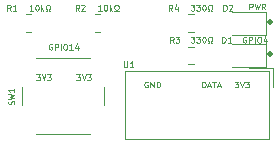
<source format=gbr>
%TF.GenerationSoftware,KiCad,Pcbnew,(5.1.7)-1*%
%TF.CreationDate,2021-01-13T16:49:05-03:00*%
%TF.ProjectId,Raspberry Pi Hat,52617370-6265-4727-9279-205069204861,-*%
%TF.SameCoordinates,Original*%
%TF.FileFunction,Legend,Top*%
%TF.FilePolarity,Positive*%
%FSLAX46Y46*%
G04 Gerber Fmt 4.6, Leading zero omitted, Abs format (unit mm)*
G04 Created by KiCad (PCBNEW (5.1.7)-1) date 2021-01-13 16:49:05*
%MOMM*%
%LPD*%
G01*
G04 APERTURE LIST*
%ADD10C,0.100000*%
%ADD11C,0.375000*%
%ADD12C,0.120000*%
G04 APERTURE END LIST*
D10*
X109280952Y-84226190D02*
X109590476Y-84226190D01*
X109423809Y-84416666D01*
X109495238Y-84416666D01*
X109542857Y-84440476D01*
X109566666Y-84464285D01*
X109590476Y-84511904D01*
X109590476Y-84630952D01*
X109566666Y-84678571D01*
X109542857Y-84702380D01*
X109495238Y-84726190D01*
X109352380Y-84726190D01*
X109304761Y-84702380D01*
X109280952Y-84678571D01*
X109733333Y-84226190D02*
X109900000Y-84726190D01*
X110066666Y-84226190D01*
X110185714Y-84226190D02*
X110495238Y-84226190D01*
X110328571Y-84416666D01*
X110400000Y-84416666D01*
X110447619Y-84440476D01*
X110471428Y-84464285D01*
X110495238Y-84511904D01*
X110495238Y-84630952D01*
X110471428Y-84678571D01*
X110447619Y-84702380D01*
X110400000Y-84726190D01*
X110257142Y-84726190D01*
X110209523Y-84702380D01*
X110185714Y-84678571D01*
X105880952Y-84226190D02*
X106190476Y-84226190D01*
X106023809Y-84416666D01*
X106095238Y-84416666D01*
X106142857Y-84440476D01*
X106166666Y-84464285D01*
X106190476Y-84511904D01*
X106190476Y-84630952D01*
X106166666Y-84678571D01*
X106142857Y-84702380D01*
X106095238Y-84726190D01*
X105952380Y-84726190D01*
X105904761Y-84702380D01*
X105880952Y-84678571D01*
X106333333Y-84226190D02*
X106500000Y-84726190D01*
X106666666Y-84226190D01*
X106785714Y-84226190D02*
X107095238Y-84226190D01*
X106928571Y-84416666D01*
X107000000Y-84416666D01*
X107047619Y-84440476D01*
X107071428Y-84464285D01*
X107095238Y-84511904D01*
X107095238Y-84630952D01*
X107071428Y-84678571D01*
X107047619Y-84702380D01*
X107000000Y-84726190D01*
X106857142Y-84726190D01*
X106809523Y-84702380D01*
X106785714Y-84678571D01*
X119950000Y-85326190D02*
X119950000Y-84826190D01*
X120069047Y-84826190D01*
X120140476Y-84850000D01*
X120188095Y-84897619D01*
X120211904Y-84945238D01*
X120235714Y-85040476D01*
X120235714Y-85111904D01*
X120211904Y-85207142D01*
X120188095Y-85254761D01*
X120140476Y-85302380D01*
X120069047Y-85326190D01*
X119950000Y-85326190D01*
X120426190Y-85183333D02*
X120664285Y-85183333D01*
X120378571Y-85326190D02*
X120545238Y-84826190D01*
X120711904Y-85326190D01*
X120807142Y-84826190D02*
X121092857Y-84826190D01*
X120950000Y-85326190D02*
X120950000Y-84826190D01*
X121235714Y-85183333D02*
X121473809Y-85183333D01*
X121188095Y-85326190D02*
X121354761Y-84826190D01*
X121521428Y-85326190D01*
X122680952Y-84826190D02*
X122990476Y-84826190D01*
X122823809Y-85016666D01*
X122895238Y-85016666D01*
X122942857Y-85040476D01*
X122966666Y-85064285D01*
X122990476Y-85111904D01*
X122990476Y-85230952D01*
X122966666Y-85278571D01*
X122942857Y-85302380D01*
X122895238Y-85326190D01*
X122752380Y-85326190D01*
X122704761Y-85302380D01*
X122680952Y-85278571D01*
X123133333Y-84826190D02*
X123300000Y-85326190D01*
X123466666Y-84826190D01*
X123585714Y-84826190D02*
X123895238Y-84826190D01*
X123728571Y-85016666D01*
X123800000Y-85016666D01*
X123847619Y-85040476D01*
X123871428Y-85064285D01*
X123895238Y-85111904D01*
X123895238Y-85230952D01*
X123871428Y-85278571D01*
X123847619Y-85302380D01*
X123800000Y-85326190D01*
X123657142Y-85326190D01*
X123609523Y-85302380D01*
X123585714Y-85278571D01*
X115319047Y-84850000D02*
X115271428Y-84826190D01*
X115200000Y-84826190D01*
X115128571Y-84850000D01*
X115080952Y-84897619D01*
X115057142Y-84945238D01*
X115033333Y-85040476D01*
X115033333Y-85111904D01*
X115057142Y-85207142D01*
X115080952Y-85254761D01*
X115128571Y-85302380D01*
X115200000Y-85326190D01*
X115247619Y-85326190D01*
X115319047Y-85302380D01*
X115342857Y-85278571D01*
X115342857Y-85111904D01*
X115247619Y-85111904D01*
X115557142Y-85326190D02*
X115557142Y-84826190D01*
X115842857Y-85326190D01*
X115842857Y-84826190D01*
X116080952Y-85326190D02*
X116080952Y-84826190D01*
X116200000Y-84826190D01*
X116271428Y-84850000D01*
X116319047Y-84897619D01*
X116342857Y-84945238D01*
X116366666Y-85040476D01*
X116366666Y-85111904D01*
X116342857Y-85207142D01*
X116319047Y-85254761D01*
X116271428Y-85302380D01*
X116200000Y-85326190D01*
X116080952Y-85326190D01*
D11*
X125700000Y-82435714D02*
X125771428Y-82507142D01*
X125700000Y-82578571D01*
X125628571Y-82507142D01*
X125700000Y-82435714D01*
X125700000Y-82578571D01*
X125700000Y-79735714D02*
X125771428Y-79807142D01*
X125700000Y-79878571D01*
X125628571Y-79807142D01*
X125700000Y-79735714D01*
X125700000Y-79878571D01*
D12*
%TO.C,SW1*%
X105900000Y-89300000D02*
X110400000Y-89300000D01*
X104650000Y-85300000D02*
X104650000Y-86800000D01*
X110400000Y-82800000D02*
X105900000Y-82800000D01*
X111650000Y-86800000D02*
X111650000Y-85300000D01*
%TO.C,D1*%
X125360000Y-81640000D02*
X122500000Y-81640000D01*
X125360000Y-83560000D02*
X125360000Y-81640000D01*
X122500000Y-83560000D02*
X125360000Y-83560000D01*
%TO.C,D2*%
X122500000Y-80860000D02*
X125360000Y-80860000D01*
X125360000Y-80860000D02*
X125360000Y-78940000D01*
X125360000Y-78940000D02*
X122500000Y-78940000D01*
%TO.C,R1*%
X105022936Y-80590000D02*
X105477064Y-80590000D01*
X105022936Y-79120000D02*
X105477064Y-79120000D01*
%TO.C,R2*%
X110822936Y-80590000D02*
X111277064Y-80590000D01*
X110822936Y-79120000D02*
X111277064Y-79120000D01*
%TO.C,R3*%
X118772936Y-81910000D02*
X119227064Y-81910000D01*
X118772936Y-83380000D02*
X119227064Y-83380000D01*
%TO.C,R4*%
X118772936Y-79120000D02*
X119227064Y-79120000D01*
X118772936Y-80590000D02*
X119227064Y-80590000D01*
%TO.C,U1*%
X125900000Y-83640000D02*
X125900000Y-85250000D01*
X125900000Y-83640000D02*
X123900000Y-83640000D01*
X113360000Y-83920000D02*
X125610000Y-83920000D01*
X113360000Y-89680000D02*
X113360000Y-83920000D01*
X125620000Y-89680000D02*
X113360000Y-89680000D01*
X125620000Y-83930000D02*
X125620000Y-89670000D01*
%TO.C,SW1*%
D10*
X104002380Y-86766666D02*
X104026190Y-86695238D01*
X104026190Y-86576190D01*
X104002380Y-86528571D01*
X103978571Y-86504761D01*
X103930952Y-86480952D01*
X103883333Y-86480952D01*
X103835714Y-86504761D01*
X103811904Y-86528571D01*
X103788095Y-86576190D01*
X103764285Y-86671428D01*
X103740476Y-86719047D01*
X103716666Y-86742857D01*
X103669047Y-86766666D01*
X103621428Y-86766666D01*
X103573809Y-86742857D01*
X103550000Y-86719047D01*
X103526190Y-86671428D01*
X103526190Y-86552380D01*
X103550000Y-86480952D01*
X103526190Y-86314285D02*
X104026190Y-86195238D01*
X103669047Y-86100000D01*
X104026190Y-86004761D01*
X103526190Y-85885714D01*
X104026190Y-85433333D02*
X104026190Y-85719047D01*
X104026190Y-85576190D02*
X103526190Y-85576190D01*
X103597619Y-85623809D01*
X103645238Y-85671428D01*
X103669047Y-85719047D01*
X107223809Y-81650000D02*
X107176190Y-81626190D01*
X107104761Y-81626190D01*
X107033333Y-81650000D01*
X106985714Y-81697619D01*
X106961904Y-81745238D01*
X106938095Y-81840476D01*
X106938095Y-81911904D01*
X106961904Y-82007142D01*
X106985714Y-82054761D01*
X107033333Y-82102380D01*
X107104761Y-82126190D01*
X107152380Y-82126190D01*
X107223809Y-82102380D01*
X107247619Y-82078571D01*
X107247619Y-81911904D01*
X107152380Y-81911904D01*
X107461904Y-82126190D02*
X107461904Y-81626190D01*
X107652380Y-81626190D01*
X107700000Y-81650000D01*
X107723809Y-81673809D01*
X107747619Y-81721428D01*
X107747619Y-81792857D01*
X107723809Y-81840476D01*
X107700000Y-81864285D01*
X107652380Y-81888095D01*
X107461904Y-81888095D01*
X107961904Y-82126190D02*
X107961904Y-81626190D01*
X108295238Y-81626190D02*
X108390476Y-81626190D01*
X108438095Y-81650000D01*
X108485714Y-81697619D01*
X108509523Y-81792857D01*
X108509523Y-81959523D01*
X108485714Y-82054761D01*
X108438095Y-82102380D01*
X108390476Y-82126190D01*
X108295238Y-82126190D01*
X108247619Y-82102380D01*
X108200000Y-82054761D01*
X108176190Y-81959523D01*
X108176190Y-81792857D01*
X108200000Y-81697619D01*
X108247619Y-81650000D01*
X108295238Y-81626190D01*
X108985714Y-82126190D02*
X108700000Y-82126190D01*
X108842857Y-82126190D02*
X108842857Y-81626190D01*
X108795238Y-81697619D01*
X108747619Y-81745238D01*
X108700000Y-81769047D01*
X109414285Y-81792857D02*
X109414285Y-82126190D01*
X109295238Y-81602380D02*
X109176190Y-81959523D01*
X109485714Y-81959523D01*
%TO.C,D1*%
X121630952Y-81526190D02*
X121630952Y-81026190D01*
X121750000Y-81026190D01*
X121821428Y-81050000D01*
X121869047Y-81097619D01*
X121892857Y-81145238D01*
X121916666Y-81240476D01*
X121916666Y-81311904D01*
X121892857Y-81407142D01*
X121869047Y-81454761D01*
X121821428Y-81502380D01*
X121750000Y-81526190D01*
X121630952Y-81526190D01*
X122392857Y-81526190D02*
X122107142Y-81526190D01*
X122250000Y-81526190D02*
X122250000Y-81026190D01*
X122202380Y-81097619D01*
X122154761Y-81145238D01*
X122107142Y-81169047D01*
X123661904Y-81050000D02*
X123614285Y-81026190D01*
X123542857Y-81026190D01*
X123471428Y-81050000D01*
X123423809Y-81097619D01*
X123400000Y-81145238D01*
X123376190Y-81240476D01*
X123376190Y-81311904D01*
X123400000Y-81407142D01*
X123423809Y-81454761D01*
X123471428Y-81502380D01*
X123542857Y-81526190D01*
X123590476Y-81526190D01*
X123661904Y-81502380D01*
X123685714Y-81478571D01*
X123685714Y-81311904D01*
X123590476Y-81311904D01*
X123900000Y-81526190D02*
X123900000Y-81026190D01*
X124090476Y-81026190D01*
X124138095Y-81050000D01*
X124161904Y-81073809D01*
X124185714Y-81121428D01*
X124185714Y-81192857D01*
X124161904Y-81240476D01*
X124138095Y-81264285D01*
X124090476Y-81288095D01*
X123900000Y-81288095D01*
X124400000Y-81526190D02*
X124400000Y-81026190D01*
X124733333Y-81026190D02*
X124828571Y-81026190D01*
X124876190Y-81050000D01*
X124923809Y-81097619D01*
X124947619Y-81192857D01*
X124947619Y-81359523D01*
X124923809Y-81454761D01*
X124876190Y-81502380D01*
X124828571Y-81526190D01*
X124733333Y-81526190D01*
X124685714Y-81502380D01*
X124638095Y-81454761D01*
X124614285Y-81359523D01*
X124614285Y-81192857D01*
X124638095Y-81097619D01*
X124685714Y-81050000D01*
X124733333Y-81026190D01*
X125376190Y-81192857D02*
X125376190Y-81526190D01*
X125257142Y-81002380D02*
X125138095Y-81359523D01*
X125447619Y-81359523D01*
%TO.C,D2*%
X121730952Y-78826190D02*
X121730952Y-78326190D01*
X121850000Y-78326190D01*
X121921428Y-78350000D01*
X121969047Y-78397619D01*
X121992857Y-78445238D01*
X122016666Y-78540476D01*
X122016666Y-78611904D01*
X121992857Y-78707142D01*
X121969047Y-78754761D01*
X121921428Y-78802380D01*
X121850000Y-78826190D01*
X121730952Y-78826190D01*
X122207142Y-78373809D02*
X122230952Y-78350000D01*
X122278571Y-78326190D01*
X122397619Y-78326190D01*
X122445238Y-78350000D01*
X122469047Y-78373809D01*
X122492857Y-78421428D01*
X122492857Y-78469047D01*
X122469047Y-78540476D01*
X122183333Y-78826190D01*
X122492857Y-78826190D01*
X123933333Y-78726190D02*
X123933333Y-78226190D01*
X124123809Y-78226190D01*
X124171428Y-78250000D01*
X124195238Y-78273809D01*
X124219047Y-78321428D01*
X124219047Y-78392857D01*
X124195238Y-78440476D01*
X124171428Y-78464285D01*
X124123809Y-78488095D01*
X123933333Y-78488095D01*
X124385714Y-78226190D02*
X124504761Y-78726190D01*
X124600000Y-78369047D01*
X124695238Y-78726190D01*
X124814285Y-78226190D01*
X125290476Y-78726190D02*
X125123809Y-78488095D01*
X125004761Y-78726190D02*
X125004761Y-78226190D01*
X125195238Y-78226190D01*
X125242857Y-78250000D01*
X125266666Y-78273809D01*
X125290476Y-78321428D01*
X125290476Y-78392857D01*
X125266666Y-78440476D01*
X125242857Y-78464285D01*
X125195238Y-78488095D01*
X125004761Y-78488095D01*
%TO.C,R1*%
X103716666Y-78826190D02*
X103550000Y-78588095D01*
X103430952Y-78826190D02*
X103430952Y-78326190D01*
X103621428Y-78326190D01*
X103669047Y-78350000D01*
X103692857Y-78373809D01*
X103716666Y-78421428D01*
X103716666Y-78492857D01*
X103692857Y-78540476D01*
X103669047Y-78564285D01*
X103621428Y-78588095D01*
X103430952Y-78588095D01*
X104192857Y-78826190D02*
X103907142Y-78826190D01*
X104050000Y-78826190D02*
X104050000Y-78326190D01*
X104002380Y-78397619D01*
X103954761Y-78445238D01*
X103907142Y-78469047D01*
X105616666Y-78826190D02*
X105330952Y-78826190D01*
X105473809Y-78826190D02*
X105473809Y-78326190D01*
X105426190Y-78397619D01*
X105378571Y-78445238D01*
X105330952Y-78469047D01*
X105926190Y-78326190D02*
X105973809Y-78326190D01*
X106021428Y-78350000D01*
X106045238Y-78373809D01*
X106069047Y-78421428D01*
X106092857Y-78516666D01*
X106092857Y-78635714D01*
X106069047Y-78730952D01*
X106045238Y-78778571D01*
X106021428Y-78802380D01*
X105973809Y-78826190D01*
X105926190Y-78826190D01*
X105878571Y-78802380D01*
X105854761Y-78778571D01*
X105830952Y-78730952D01*
X105807142Y-78635714D01*
X105807142Y-78516666D01*
X105830952Y-78421428D01*
X105854761Y-78373809D01*
X105878571Y-78350000D01*
X105926190Y-78326190D01*
X106307142Y-78826190D02*
X106307142Y-78326190D01*
X106354761Y-78635714D02*
X106497619Y-78826190D01*
X106497619Y-78492857D02*
X106307142Y-78683333D01*
X106688095Y-78826190D02*
X106807142Y-78826190D01*
X106807142Y-78730952D01*
X106759523Y-78707142D01*
X106711904Y-78659523D01*
X106688095Y-78588095D01*
X106688095Y-78469047D01*
X106711904Y-78397619D01*
X106759523Y-78350000D01*
X106830952Y-78326190D01*
X106926190Y-78326190D01*
X106997619Y-78350000D01*
X107045238Y-78397619D01*
X107069047Y-78469047D01*
X107069047Y-78588095D01*
X107045238Y-78659523D01*
X106997619Y-78707142D01*
X106950000Y-78730952D01*
X106950000Y-78826190D01*
X107069047Y-78826190D01*
%TO.C,R2*%
X109516666Y-78826190D02*
X109350000Y-78588095D01*
X109230952Y-78826190D02*
X109230952Y-78326190D01*
X109421428Y-78326190D01*
X109469047Y-78350000D01*
X109492857Y-78373809D01*
X109516666Y-78421428D01*
X109516666Y-78492857D01*
X109492857Y-78540476D01*
X109469047Y-78564285D01*
X109421428Y-78588095D01*
X109230952Y-78588095D01*
X109707142Y-78373809D02*
X109730952Y-78350000D01*
X109778571Y-78326190D01*
X109897619Y-78326190D01*
X109945238Y-78350000D01*
X109969047Y-78373809D01*
X109992857Y-78421428D01*
X109992857Y-78469047D01*
X109969047Y-78540476D01*
X109683333Y-78826190D01*
X109992857Y-78826190D01*
X111416666Y-78826190D02*
X111130952Y-78826190D01*
X111273809Y-78826190D02*
X111273809Y-78326190D01*
X111226190Y-78397619D01*
X111178571Y-78445238D01*
X111130952Y-78469047D01*
X111726190Y-78326190D02*
X111773809Y-78326190D01*
X111821428Y-78350000D01*
X111845238Y-78373809D01*
X111869047Y-78421428D01*
X111892857Y-78516666D01*
X111892857Y-78635714D01*
X111869047Y-78730952D01*
X111845238Y-78778571D01*
X111821428Y-78802380D01*
X111773809Y-78826190D01*
X111726190Y-78826190D01*
X111678571Y-78802380D01*
X111654761Y-78778571D01*
X111630952Y-78730952D01*
X111607142Y-78635714D01*
X111607142Y-78516666D01*
X111630952Y-78421428D01*
X111654761Y-78373809D01*
X111678571Y-78350000D01*
X111726190Y-78326190D01*
X112107142Y-78826190D02*
X112107142Y-78326190D01*
X112154761Y-78635714D02*
X112297619Y-78826190D01*
X112297619Y-78492857D02*
X112107142Y-78683333D01*
X112488095Y-78826190D02*
X112607142Y-78826190D01*
X112607142Y-78730952D01*
X112559523Y-78707142D01*
X112511904Y-78659523D01*
X112488095Y-78588095D01*
X112488095Y-78469047D01*
X112511904Y-78397619D01*
X112559523Y-78350000D01*
X112630952Y-78326190D01*
X112726190Y-78326190D01*
X112797619Y-78350000D01*
X112845238Y-78397619D01*
X112869047Y-78469047D01*
X112869047Y-78588095D01*
X112845238Y-78659523D01*
X112797619Y-78707142D01*
X112750000Y-78730952D01*
X112750000Y-78826190D01*
X112869047Y-78826190D01*
%TO.C,R3*%
X117516666Y-81526190D02*
X117350000Y-81288095D01*
X117230952Y-81526190D02*
X117230952Y-81026190D01*
X117421428Y-81026190D01*
X117469047Y-81050000D01*
X117492857Y-81073809D01*
X117516666Y-81121428D01*
X117516666Y-81192857D01*
X117492857Y-81240476D01*
X117469047Y-81264285D01*
X117421428Y-81288095D01*
X117230952Y-81288095D01*
X117683333Y-81026190D02*
X117992857Y-81026190D01*
X117826190Y-81216666D01*
X117897619Y-81216666D01*
X117945238Y-81240476D01*
X117969047Y-81264285D01*
X117992857Y-81311904D01*
X117992857Y-81430952D01*
X117969047Y-81478571D01*
X117945238Y-81502380D01*
X117897619Y-81526190D01*
X117754761Y-81526190D01*
X117707142Y-81502380D01*
X117683333Y-81478571D01*
X118971428Y-81026190D02*
X119280952Y-81026190D01*
X119114285Y-81216666D01*
X119185714Y-81216666D01*
X119233333Y-81240476D01*
X119257142Y-81264285D01*
X119280952Y-81311904D01*
X119280952Y-81430952D01*
X119257142Y-81478571D01*
X119233333Y-81502380D01*
X119185714Y-81526190D01*
X119042857Y-81526190D01*
X118995238Y-81502380D01*
X118971428Y-81478571D01*
X119447619Y-81026190D02*
X119757142Y-81026190D01*
X119590476Y-81216666D01*
X119661904Y-81216666D01*
X119709523Y-81240476D01*
X119733333Y-81264285D01*
X119757142Y-81311904D01*
X119757142Y-81430952D01*
X119733333Y-81478571D01*
X119709523Y-81502380D01*
X119661904Y-81526190D01*
X119519047Y-81526190D01*
X119471428Y-81502380D01*
X119447619Y-81478571D01*
X120066666Y-81026190D02*
X120114285Y-81026190D01*
X120161904Y-81050000D01*
X120185714Y-81073809D01*
X120209523Y-81121428D01*
X120233333Y-81216666D01*
X120233333Y-81335714D01*
X120209523Y-81430952D01*
X120185714Y-81478571D01*
X120161904Y-81502380D01*
X120114285Y-81526190D01*
X120066666Y-81526190D01*
X120019047Y-81502380D01*
X119995238Y-81478571D01*
X119971428Y-81430952D01*
X119947619Y-81335714D01*
X119947619Y-81216666D01*
X119971428Y-81121428D01*
X119995238Y-81073809D01*
X120019047Y-81050000D01*
X120066666Y-81026190D01*
X120423809Y-81526190D02*
X120542857Y-81526190D01*
X120542857Y-81430952D01*
X120495238Y-81407142D01*
X120447619Y-81359523D01*
X120423809Y-81288095D01*
X120423809Y-81169047D01*
X120447619Y-81097619D01*
X120495238Y-81050000D01*
X120566666Y-81026190D01*
X120661904Y-81026190D01*
X120733333Y-81050000D01*
X120780952Y-81097619D01*
X120804761Y-81169047D01*
X120804761Y-81288095D01*
X120780952Y-81359523D01*
X120733333Y-81407142D01*
X120685714Y-81430952D01*
X120685714Y-81526190D01*
X120804761Y-81526190D01*
%TO.C,R4*%
X117416666Y-78826190D02*
X117250000Y-78588095D01*
X117130952Y-78826190D02*
X117130952Y-78326190D01*
X117321428Y-78326190D01*
X117369047Y-78350000D01*
X117392857Y-78373809D01*
X117416666Y-78421428D01*
X117416666Y-78492857D01*
X117392857Y-78540476D01*
X117369047Y-78564285D01*
X117321428Y-78588095D01*
X117130952Y-78588095D01*
X117845238Y-78492857D02*
X117845238Y-78826190D01*
X117726190Y-78302380D02*
X117607142Y-78659523D01*
X117916666Y-78659523D01*
X118971428Y-78326190D02*
X119280952Y-78326190D01*
X119114285Y-78516666D01*
X119185714Y-78516666D01*
X119233333Y-78540476D01*
X119257142Y-78564285D01*
X119280952Y-78611904D01*
X119280952Y-78730952D01*
X119257142Y-78778571D01*
X119233333Y-78802380D01*
X119185714Y-78826190D01*
X119042857Y-78826190D01*
X118995238Y-78802380D01*
X118971428Y-78778571D01*
X119447619Y-78326190D02*
X119757142Y-78326190D01*
X119590476Y-78516666D01*
X119661904Y-78516666D01*
X119709523Y-78540476D01*
X119733333Y-78564285D01*
X119757142Y-78611904D01*
X119757142Y-78730952D01*
X119733333Y-78778571D01*
X119709523Y-78802380D01*
X119661904Y-78826190D01*
X119519047Y-78826190D01*
X119471428Y-78802380D01*
X119447619Y-78778571D01*
X120066666Y-78326190D02*
X120114285Y-78326190D01*
X120161904Y-78350000D01*
X120185714Y-78373809D01*
X120209523Y-78421428D01*
X120233333Y-78516666D01*
X120233333Y-78635714D01*
X120209523Y-78730952D01*
X120185714Y-78778571D01*
X120161904Y-78802380D01*
X120114285Y-78826190D01*
X120066666Y-78826190D01*
X120019047Y-78802380D01*
X119995238Y-78778571D01*
X119971428Y-78730952D01*
X119947619Y-78635714D01*
X119947619Y-78516666D01*
X119971428Y-78421428D01*
X119995238Y-78373809D01*
X120019047Y-78350000D01*
X120066666Y-78326190D01*
X120423809Y-78826190D02*
X120542857Y-78826190D01*
X120542857Y-78730952D01*
X120495238Y-78707142D01*
X120447619Y-78659523D01*
X120423809Y-78588095D01*
X120423809Y-78469047D01*
X120447619Y-78397619D01*
X120495238Y-78350000D01*
X120566666Y-78326190D01*
X120661904Y-78326190D01*
X120733333Y-78350000D01*
X120780952Y-78397619D01*
X120804761Y-78469047D01*
X120804761Y-78588095D01*
X120780952Y-78659523D01*
X120733333Y-78707142D01*
X120685714Y-78730952D01*
X120685714Y-78826190D01*
X120804761Y-78826190D01*
%TO.C,U1*%
X113319047Y-83126190D02*
X113319047Y-83530952D01*
X113342857Y-83578571D01*
X113366666Y-83602380D01*
X113414285Y-83626190D01*
X113509523Y-83626190D01*
X113557142Y-83602380D01*
X113580952Y-83578571D01*
X113604761Y-83530952D01*
X113604761Y-83126190D01*
X114104761Y-83626190D02*
X113819047Y-83626190D01*
X113961904Y-83626190D02*
X113961904Y-83126190D01*
X113914285Y-83197619D01*
X113866666Y-83245238D01*
X113819047Y-83269047D01*
%TD*%
M02*

</source>
